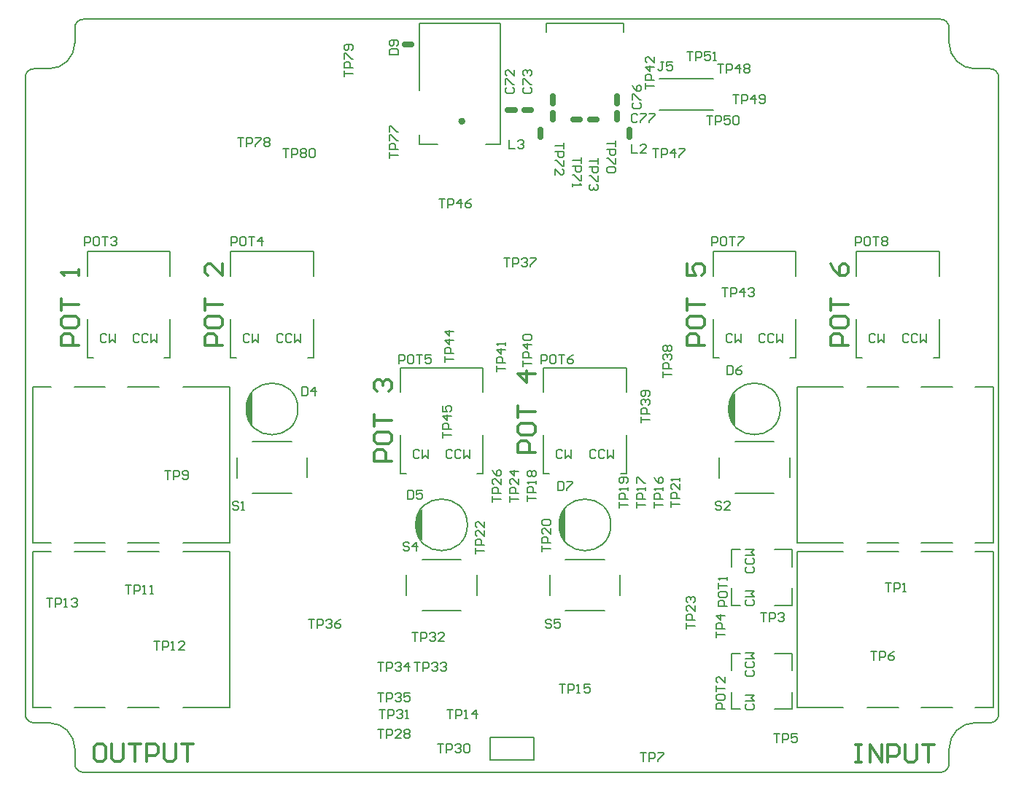
<source format=gto>
G04*
G04 #@! TF.GenerationSoftware,Altium Limited,Altium Designer,24.4.1 (13)*
G04*
G04 Layer_Color=65535*
%FSAX44Y44*%
%MOMM*%
G71*
G04*
G04 #@! TF.SameCoordinates,A6799A11-F43C-4D9C-96F4-C4FD18313EF3*
G04*
G04*
G04 #@! TF.FilePolarity,Positive*
G04*
G01*
G75*
%ADD10C,0.4000*%
%ADD11C,0.2000*%
%ADD12C,0.7000*%
%ADD13C,0.3048*%
%ADD14C,0.1524*%
%ADD15C,0.1500*%
G36*
X00921250Y01098750D02*
Y01061000D01*
X00917750Y01064500D01*
Y01066750D01*
X00915250Y01069250D01*
Y01074500D01*
X00914000Y01075750D01*
Y01084000D01*
X00914750Y01084750D01*
Y01088250D01*
X00916750Y01090250D01*
Y01093250D01*
X00921250Y01098750D01*
D02*
G37*
G36*
X01118000Y00964000D02*
Y00926250D01*
X01114500Y00929750D01*
Y00932000D01*
X01112000Y00934500D01*
Y00939750D01*
X01110750Y00941000D01*
Y00949250D01*
X01111500Y00950000D01*
Y00953500D01*
X01113500Y00955500D01*
Y00958500D01*
X01118000Y00964000D01*
D02*
G37*
G36*
X01284500D02*
Y00926250D01*
X01281000Y00929750D01*
Y00932000D01*
X01278500Y00934500D01*
Y00939750D01*
X01277250Y00941000D01*
Y00949250D01*
X01278000Y00950000D01*
Y00953500D01*
X01280000Y00955500D01*
Y00958500D01*
X01284500Y00964000D01*
D02*
G37*
G36*
X01481250Y01098750D02*
Y01061000D01*
X01477750Y01064500D01*
Y01066750D01*
X01475250Y01069250D01*
Y01074500D01*
X01474000Y01075750D01*
Y01084000D01*
X01474750Y01084750D01*
Y01088250D01*
X01476750Y01090250D01*
Y01093250D01*
X01481250Y01098750D01*
D02*
G37*
D10*
X01166250Y01414000D02*
G03*
X01166250Y01414000I-00002000J00000000D01*
G01*
D11*
X00974000Y01079750D02*
G03*
X00974000Y01079750I-00030000J00000000D01*
G01*
X01170750Y00945000D02*
G03*
X01170750Y00945000I-00030000J00000000D01*
G01*
X01534000Y01079750D02*
G03*
X01534000Y01079750I-00030000J00000000D01*
G01*
X01337250Y00945000D02*
G03*
X01337250Y00945000I-00030000J00000000D01*
G01*
X01115250Y01387000D02*
X01136000D01*
X01115250Y01450000D02*
Y01528000D01*
X01191750Y01387000D02*
X01209250D01*
X01115250D02*
Y01398000D01*
X01209250Y01387000D02*
Y01528000D01*
X01115250D02*
X01209250D01*
X01697750Y00924500D02*
X01733750D01*
X01697750Y01105500D02*
X01733750D01*
X01635250D02*
X01671250D01*
X01635250Y00924500D02*
X01671250D01*
X01553500Y01095750D02*
Y01105500D01*
X01607250D01*
X01553500Y01095750D02*
X01553500Y00924500D01*
X01607250D01*
X01781500Y01069500D02*
Y01105500D01*
X01760250D02*
X01781500D01*
Y00924500D02*
Y01069500D01*
X01760250Y00924500D02*
X01781500D01*
X01760250Y00733000D02*
X01781500D01*
Y00878000D01*
X01760250Y00914000D02*
X01781500D01*
Y00878000D02*
Y00914000D01*
X01553500Y00733000D02*
X01607250D01*
X01553500Y00904250D02*
X01553500Y00733000D01*
Y00914000D02*
X01607250D01*
X01553500Y00904250D02*
Y00914000D01*
X01635250Y00733000D02*
X01671250D01*
X01635250Y00914000D02*
X01671250D01*
X01697750D02*
X01733750D01*
X01697750Y00733000D02*
X01733750D01*
X00714250Y01105500D02*
X00750250D01*
X00714250Y00924500D02*
X00750250D01*
X00776750D02*
X00812750D01*
X00776750Y01105500D02*
X00812750D01*
X00894500Y00924500D02*
Y00934250D01*
X00840750Y00924500D02*
X00894500D01*
Y01105500D02*
X00894500Y00934250D01*
X00840750Y01105500D02*
X00894500D01*
X00666500Y00924500D02*
Y00960500D01*
Y00924500D02*
X00687750D01*
X00666500Y00960500D02*
Y01105500D01*
X00687750D01*
X00666500Y00914000D02*
X00687750D01*
X00666500Y00769000D02*
Y00914000D01*
Y00733000D02*
X00687750D01*
X00666500D02*
Y00769000D01*
X00840750Y00914000D02*
X00894500D01*
X00894500Y00742750D01*
X00840750Y00733000D02*
X00894500D01*
Y00742750D01*
X00776750Y00914000D02*
X00812750D01*
X00776750Y00733000D02*
X00812750D01*
X00714250D02*
X00750250D01*
X00714250Y00914000D02*
X00750250D01*
X01527400Y00851350D02*
X01547400D01*
Y00871350D01*
X01527400Y00916350D02*
X01547400D01*
Y00896350D02*
Y00916350D01*
X01477400Y00896350D02*
Y00916350D01*
X01487400D01*
X01477400Y00851350D02*
Y00871350D01*
Y00851350D02*
X01487400D01*
X01527500Y00730750D02*
X01547500D01*
Y00750750D01*
X01527500Y00795750D02*
X01547500D01*
Y00775750D02*
Y00795750D01*
X01477500Y00775750D02*
Y00795750D01*
X01487500D01*
X01477500Y00730750D02*
Y00750750D01*
Y00730750D02*
X01487500D01*
X00921250Y01041500D02*
X00966750D01*
X00985000Y01000000D02*
Y01023250D01*
X00903000Y00999750D02*
Y01023000D01*
X00921250Y00981500D02*
X00966750D01*
X01481250Y01041500D02*
X01526750D01*
X01545000Y01000000D02*
Y01023250D01*
X01463000Y00999750D02*
Y01023000D01*
X01481250Y00981500D02*
X01526750D01*
X01348500Y01004250D02*
X01355250D01*
Y01049250D01*
Y01099250D02*
Y01127750D01*
X01341750D02*
X01355250D01*
X01259250Y01099250D02*
Y01127750D01*
X01341750D01*
X01259250Y01004250D02*
X01266000D01*
X01259250D02*
Y01049250D01*
X01182000Y01004250D02*
X01188750D01*
Y01049250D01*
Y01099250D02*
Y01127750D01*
X01175250D02*
X01188750D01*
X01092750Y01099250D02*
Y01127750D01*
X01175250D01*
X01092750Y01004250D02*
X01099500D01*
X01092750D02*
Y01049250D01*
X01284500Y00905000D02*
X01330000D01*
X01348250Y00863500D02*
Y00886750D01*
X01266250Y00863250D02*
Y00886500D01*
X01284500Y00845000D02*
X01330000D01*
X01118000Y00905000D02*
X01163500D01*
X01181750Y00863500D02*
Y00886750D01*
X01099750Y00863250D02*
Y00886500D01*
X01118000Y00845000D02*
X01163500D01*
X01196850Y00672000D02*
Y00698000D01*
Y00672000D02*
X01248200D01*
Y00698000D01*
X01196850D02*
X01248200D01*
X01711750Y01139000D02*
X01718500D01*
Y01184000D01*
Y01234000D02*
Y01262500D01*
X01705000D02*
X01718500D01*
X01622500Y01234000D02*
Y01262500D01*
X01705000D01*
X01622500Y01139000D02*
X01629250D01*
X01622500D02*
Y01184000D01*
X01545250Y01139000D02*
X01552000D01*
Y01184000D01*
Y01234000D02*
Y01262500D01*
X01538500D02*
X01552000D01*
X01456000Y01234000D02*
Y01262500D01*
X01538500D01*
X01456000Y01139000D02*
X01462750D01*
X01456000D02*
Y01184000D01*
X00985250Y01139000D02*
X00992000D01*
Y01184000D01*
Y01234000D02*
Y01262500D01*
X00978500D02*
X00992000D01*
X00896000Y01234000D02*
Y01262500D01*
X00978500D01*
X00896000Y01139000D02*
X00902750D01*
X00896000D02*
Y01184000D01*
X00818750Y01139000D02*
X00825500D01*
Y01184000D01*
Y01234000D02*
Y01262500D01*
X00812000D02*
X00825500D01*
X00729500Y01234000D02*
Y01262500D01*
X00812000D01*
X00729500Y01139000D02*
X00736250D01*
X00729500D02*
Y01184000D01*
X01393500Y01463250D02*
X01456250D01*
X01393500Y01426750D02*
X01456250D01*
X01262500Y01518000D02*
Y01527500D01*
X01352500Y01518000D02*
Y01527500D01*
X01262500D02*
X01352500D01*
X01760000Y00715000D02*
G03*
X01730000Y00685000I00000000J-00030000D01*
G01*
X00685000Y01475000D02*
G03*
X00715000Y01505000I00000000J00030000D01*
G01*
X01730009Y01522500D02*
G03*
X01720009Y01532500I-00010000J00000000D01*
G01*
X01777500Y00714990D02*
G03*
X01787500Y00724990I00000000J00010000D01*
G01*
Y01465010D02*
G03*
X01777500Y01475010I-00010000J00000000D01*
G01*
X00667500D02*
G03*
X00657500Y01465010I00000000J-00010000D01*
G01*
X00724990Y01532500D02*
G03*
X00714990Y01522500I00000000J-00010000D01*
G01*
X01720009Y00657500D02*
G03*
X01730009Y00667500I00000000J00010000D01*
G01*
X01730000Y01505000D02*
G03*
X01760000Y01475000I00030000J00000000D01*
G01*
X00714990Y00667500D02*
G03*
X00724990Y00657500I00010000J00000000D01*
G01*
X00715000Y00685000D02*
G03*
X00685000Y00715000I-00030000J00000000D01*
G01*
X00657500Y00724990D02*
G03*
X00667500Y00714990I00010000J00000000D01*
G01*
D12*
X01097750Y01503250D02*
X01105750D01*
X01270250Y01416000D02*
Y01424000D01*
X01344250Y01435000D02*
Y01443000D01*
Y01416000D02*
Y01424000D01*
X01359000Y01396000D02*
Y01404000D01*
X01270250Y01435000D02*
Y01443000D01*
X01236750Y01426750D02*
X01244750D01*
X01217772D02*
X01225772D01*
X01255500Y01396000D02*
Y01404000D01*
X01293500Y01416000D02*
X01301500D01*
X01313000D02*
X01321000D01*
D13*
X01446202Y01153798D02*
X01425889D01*
Y01163955D01*
X01429274Y01167340D01*
X01436045D01*
X01439431Y01163955D01*
Y01153798D01*
X01425889Y01184268D02*
Y01177497D01*
X01429274Y01174111D01*
X01442816D01*
X01446202Y01177497D01*
Y01184268D01*
X01442816Y01187654D01*
X01429274D01*
X01425889Y01184268D01*
Y01194425D02*
Y01207967D01*
Y01201196D01*
X01446202D01*
X01425889Y01248594D02*
Y01235052D01*
X01436045D01*
X01432660Y01241823D01*
Y01245208D01*
X01436045Y01248594D01*
X01442816D01*
X01446202Y01245208D01*
Y01238437D01*
X01442816Y01235052D01*
X01612702Y01153798D02*
X01592388D01*
Y01163955D01*
X01595774Y01167340D01*
X01602545D01*
X01605931Y01163955D01*
Y01153798D01*
X01592388Y01184268D02*
Y01177497D01*
X01595774Y01174111D01*
X01609316D01*
X01612702Y01177497D01*
Y01184268D01*
X01609316Y01187654D01*
X01595774D01*
X01592388Y01184268D01*
Y01194425D02*
Y01207967D01*
Y01201196D01*
X01612702D01*
X01592388Y01248594D02*
X01595774Y01241823D01*
X01602545Y01235052D01*
X01609316D01*
X01612702Y01238437D01*
Y01245208D01*
X01609316Y01248594D01*
X01605931D01*
X01602545Y01245208D01*
Y01235052D01*
X01249452Y01029048D02*
X01229138D01*
Y01039205D01*
X01232524Y01042590D01*
X01239295D01*
X01242681Y01039205D01*
Y01029048D01*
X01229138Y01059518D02*
Y01052747D01*
X01232524Y01049361D01*
X01246066D01*
X01249452Y01052747D01*
Y01059518D01*
X01246066Y01062904D01*
X01232524D01*
X01229138Y01059518D01*
Y01069675D02*
Y01083217D01*
Y01076446D01*
X01249452D01*
Y01120458D02*
X01229138D01*
X01239295Y01110302D01*
Y01123844D01*
X01082952Y01019048D02*
X01062638D01*
Y01029205D01*
X01066024Y01032590D01*
X01072795D01*
X01076181Y01029205D01*
Y01019048D01*
X01062638Y01049518D02*
Y01042747D01*
X01066024Y01039361D01*
X01079566D01*
X01082952Y01042747D01*
Y01049518D01*
X01079566Y01052904D01*
X01066024D01*
X01062638Y01049518D01*
Y01059675D02*
Y01073217D01*
Y01066446D01*
X01082952D01*
X01066024Y01100302D02*
X01062638Y01103687D01*
Y01110458D01*
X01066024Y01113844D01*
X01069410D01*
X01072795Y01110458D01*
Y01107073D01*
Y01110458D01*
X01076181Y01113844D01*
X01079566D01*
X01082952Y01110458D01*
Y01103687D01*
X01079566Y01100302D01*
X00886202Y01153798D02*
X00865889D01*
Y01163955D01*
X00869274Y01167340D01*
X00876045D01*
X00879431Y01163955D01*
Y01153798D01*
X00865889Y01184268D02*
Y01177497D01*
X00869274Y01174111D01*
X00882816D01*
X00886202Y01177497D01*
Y01184268D01*
X00882816Y01187654D01*
X00869274D01*
X00865889Y01184268D01*
Y01194425D02*
Y01207967D01*
Y01201196D01*
X00886202D01*
Y01248594D02*
Y01235052D01*
X00872660Y01248594D01*
X00869274D01*
X00865889Y01245208D01*
Y01238437D01*
X00869274Y01235052D01*
X00719702Y01153798D02*
X00699389D01*
Y01163955D01*
X00702774Y01167340D01*
X00709545D01*
X00712931Y01163955D01*
Y01153798D01*
X00699389Y01184268D02*
Y01177497D01*
X00702774Y01174111D01*
X00716316D01*
X00719702Y01177497D01*
Y01184268D01*
X00716316Y01187654D01*
X00702774D01*
X00699389Y01184268D01*
Y01194425D02*
Y01207967D01*
Y01201196D01*
X00719702D01*
Y01235052D02*
Y01241823D01*
Y01238437D01*
X00699389D01*
X00702774Y01235052D01*
X00747955Y00690611D02*
X00741184D01*
X00737798Y00687226D01*
Y00673684D01*
X00741184Y00670298D01*
X00747955D01*
X00751340Y00673684D01*
Y00687226D01*
X00747955Y00690611D01*
X00758111D02*
Y00673684D01*
X00761497Y00670298D01*
X00768268D01*
X00771654Y00673684D01*
Y00690611D01*
X00778425D02*
X00791967D01*
X00785196D01*
Y00670298D01*
X00798738D02*
Y00690611D01*
X00808895D01*
X00812281Y00687226D01*
Y00680455D01*
X00808895Y00677069D01*
X00798738D01*
X00819052Y00690611D02*
Y00673684D01*
X00822437Y00670298D01*
X00829208D01*
X00832594Y00673684D01*
Y00690611D01*
X00839365D02*
X00852907D01*
X00846136D01*
Y00670298D01*
X01621548Y00689361D02*
X01628319D01*
X01624934D01*
Y00669048D01*
X01621548D01*
X01628319D01*
X01638476D02*
Y00689361D01*
X01652018Y00669048D01*
Y00689361D01*
X01658789Y00669048D02*
Y00689361D01*
X01668946D01*
X01672332Y00685976D01*
Y00679205D01*
X01668946Y00675819D01*
X01658789D01*
X01679103Y00689361D02*
Y00672434D01*
X01682488Y00669048D01*
X01689259D01*
X01692645Y00672434D01*
Y00689361D01*
X01699416D02*
X01712958D01*
X01706187D01*
Y00669048D01*
D14*
X00979036Y01105078D02*
Y01094922D01*
X00984114D01*
X00985807Y01096614D01*
Y01103386D01*
X00984114Y01105078D01*
X00979036D01*
X00994271Y01094922D02*
Y01105078D01*
X00989193Y01100000D01*
X00995964D01*
X00956379Y01382578D02*
X00963150D01*
X00959765D01*
Y01372422D01*
X00966536D02*
Y01382578D01*
X00971614D01*
X00973307Y01380886D01*
Y01377500D01*
X00971614Y01375807D01*
X00966536D01*
X00976693Y01380886D02*
X00978386Y01382578D01*
X00981771D01*
X00983464Y01380886D01*
Y01379193D01*
X00981771Y01377500D01*
X00983464Y01375807D01*
Y01374114D01*
X00981771Y01372422D01*
X00978386D01*
X00976693Y01374114D01*
Y01375807D01*
X00978386Y01377500D01*
X00976693Y01379193D01*
Y01380886D01*
X00978386Y01377500D02*
X00981771D01*
X00986850Y01380886D02*
X00988542Y01382578D01*
X00991928D01*
X00993621Y01380886D01*
Y01374114D01*
X00991928Y01372422D01*
X00988542D01*
X00986850Y01374114D01*
Y01380886D01*
X00903879Y01395078D02*
X00910650D01*
X00907265D01*
Y01384922D01*
X00914036D02*
Y01395078D01*
X00919114D01*
X00920807Y01393386D01*
Y01390000D01*
X00919114Y01388307D01*
X00914036D01*
X00924193Y01395078D02*
X00930964D01*
Y01393386D01*
X00924193Y01386614D01*
Y01384922D01*
X00934350Y01393386D02*
X00936042Y01395078D01*
X00939428D01*
X00941121Y01393386D01*
Y01391693D01*
X00939428Y01390000D01*
X00941121Y01388307D01*
Y01386614D01*
X00939428Y01384922D01*
X00936042D01*
X00934350Y01386614D01*
Y01388307D01*
X00936042Y01390000D01*
X00934350Y01391693D01*
Y01393386D01*
X00936042Y01390000D02*
X00939428D01*
X01079922Y01491536D02*
X01090078D01*
Y01496614D01*
X01088386Y01498307D01*
X01081614D01*
X01079922Y01496614D01*
Y01491536D01*
X01088386Y01501693D02*
X01090078Y01503386D01*
Y01506771D01*
X01088386Y01508464D01*
X01081614D01*
X01079922Y01506771D01*
Y01503386D01*
X01081614Y01501693D01*
X01083307D01*
X01085000Y01503386D01*
Y01508464D01*
X01027572Y01466379D02*
Y01473150D01*
Y01469765D01*
X01037728D01*
Y01476536D02*
X01027572D01*
Y01481614D01*
X01029264Y01483307D01*
X01032650D01*
X01034343Y01481614D01*
Y01476536D01*
X01027572Y01486693D02*
Y01493464D01*
X01029264D01*
X01036036Y01486693D01*
X01037728D01*
X01036036Y01496850D02*
X01037728Y01498542D01*
Y01501928D01*
X01036036Y01503621D01*
X01029264D01*
X01027572Y01501928D01*
Y01498542D01*
X01029264Y01496850D01*
X01030957D01*
X01032650Y01498542D01*
Y01503621D01*
X01079922Y01371379D02*
Y01378150D01*
Y01374765D01*
X01090078D01*
Y01381536D02*
X01079922D01*
Y01386614D01*
X01081614Y01388307D01*
X01085000D01*
X01086693Y01386614D01*
Y01381536D01*
X01079922Y01391693D02*
Y01398464D01*
X01081614D01*
X01088386Y01391693D01*
X01090078D01*
X01079922Y01401850D02*
Y01408621D01*
X01081614D01*
X01088386Y01401850D01*
X01090078D01*
X01282578Y01388621D02*
Y01381850D01*
Y01385235D01*
X01272422D01*
Y01378464D02*
X01282578D01*
Y01373386D01*
X01280886Y01371693D01*
X01277500D01*
X01275807Y01373386D01*
Y01378464D01*
X01282578Y01368307D02*
Y01361536D01*
X01280886D01*
X01274114Y01368307D01*
X01272422D01*
Y01351379D02*
Y01358150D01*
X01279193Y01351379D01*
X01280886D01*
X01282578Y01353072D01*
Y01356458D01*
X01280886Y01358150D01*
X01364114Y01435729D02*
X01362422Y01434036D01*
Y01430650D01*
X01364114Y01428958D01*
X01370885D01*
X01372578Y01430650D01*
Y01434036D01*
X01370885Y01435729D01*
X01362422Y01439114D02*
Y01445886D01*
X01364114D01*
X01370885Y01439114D01*
X01372578D01*
X01362422Y01456042D02*
X01364114Y01452657D01*
X01367500Y01449271D01*
X01370885D01*
X01372578Y01450964D01*
Y01454350D01*
X01370885Y01456042D01*
X01369193D01*
X01367500Y01454350D01*
Y01449271D01*
X01386379Y01382578D02*
X01393150D01*
X01389765D01*
Y01372422D01*
X01396536D02*
Y01382578D01*
X01401614D01*
X01403307Y01380886D01*
Y01377500D01*
X01401614Y01375807D01*
X01396536D01*
X01411771Y01372422D02*
Y01382578D01*
X01406693Y01377500D01*
X01413464D01*
X01416850Y01382578D02*
X01423621D01*
Y01380886D01*
X01416850Y01374114D01*
Y01372422D01*
X01368229Y01420886D02*
X01366536Y01422578D01*
X01363150D01*
X01361458Y01420886D01*
Y01414114D01*
X01363150Y01412422D01*
X01366536D01*
X01368229Y01414114D01*
X01371614Y01422578D02*
X01378386D01*
Y01420886D01*
X01371614Y01414114D01*
Y01412422D01*
X01381771Y01422578D02*
X01388542D01*
Y01420886D01*
X01381771Y01414114D01*
Y01412422D01*
X01342578Y01391121D02*
Y01384350D01*
Y01387735D01*
X01332422D01*
Y01380964D02*
X01342578D01*
Y01375886D01*
X01340886Y01374193D01*
X01337500D01*
X01335807Y01375886D01*
Y01380964D01*
X01342578Y01370807D02*
Y01364036D01*
X01340886D01*
X01334114Y01370807D01*
X01332422D01*
X01340886Y01360650D02*
X01342578Y01358958D01*
Y01355572D01*
X01340886Y01353879D01*
X01334114D01*
X01332422Y01355572D01*
Y01358958D01*
X01334114Y01360650D01*
X01340886D01*
X01361536Y01387578D02*
Y01377422D01*
X01368307D01*
X01378464D02*
X01371693D01*
X01378464Y01384193D01*
Y01385886D01*
X01376771Y01387578D01*
X01373386D01*
X01371693Y01385886D01*
X01236614Y01453229D02*
X01234922Y01451536D01*
Y01448150D01*
X01236614Y01446458D01*
X01243385D01*
X01245078Y01448150D01*
Y01451536D01*
X01243385Y01453229D01*
X01234922Y01456615D02*
Y01463386D01*
X01236614D01*
X01243385Y01456615D01*
X01245078D01*
X01236614Y01466771D02*
X01234922Y01468464D01*
Y01471850D01*
X01236614Y01473542D01*
X01238307D01*
X01240000Y01471850D01*
Y01470157D01*
Y01471850D01*
X01241693Y01473542D01*
X01243385D01*
X01245078Y01471850D01*
Y01468464D01*
X01243385Y01466771D01*
X01216614Y01453229D02*
X01214922Y01451536D01*
Y01448150D01*
X01216614Y01446458D01*
X01223386D01*
X01225078Y01448150D01*
Y01451536D01*
X01223386Y01453229D01*
X01214922Y01456614D02*
Y01463386D01*
X01216614D01*
X01223386Y01456614D01*
X01225078D01*
Y01473542D02*
Y01466771D01*
X01218307Y01473542D01*
X01216614D01*
X01214922Y01471850D01*
Y01468464D01*
X01216614Y01466771D01*
X01219036Y01392578D02*
Y01382422D01*
X01225807D01*
X01229193Y01390886D02*
X01230886Y01392578D01*
X01234271D01*
X01235964Y01390886D01*
Y01389193D01*
X01234271Y01387500D01*
X01232578D01*
X01234271D01*
X01235964Y01385807D01*
Y01384114D01*
X01234271Y01382422D01*
X01230886D01*
X01229193Y01384114D01*
X01322578Y01371121D02*
Y01364350D01*
Y01367735D01*
X01312422D01*
Y01360964D02*
X01322578D01*
Y01355886D01*
X01320886Y01354193D01*
X01317500D01*
X01315807Y01355886D01*
Y01360964D01*
X01322578Y01350807D02*
Y01344036D01*
X01320886D01*
X01314114Y01350807D01*
X01312422D01*
X01320886Y01340650D02*
X01322578Y01338958D01*
Y01335572D01*
X01320886Y01333879D01*
X01319193D01*
X01317500Y01335572D01*
Y01337265D01*
Y01335572D01*
X01315807Y01333879D01*
X01314114D01*
X01312422Y01335572D01*
Y01338958D01*
X01314114Y01340650D01*
X01302578Y01371928D02*
Y01365157D01*
Y01368542D01*
X01292422D01*
Y01361771D02*
X01302578D01*
Y01356693D01*
X01300886Y01355000D01*
X01297500D01*
X01295807Y01356693D01*
Y01361771D01*
X01302578Y01351614D02*
Y01344843D01*
X01300886D01*
X01294114Y01351614D01*
X01292422D01*
Y01341458D02*
Y01338072D01*
Y01339765D01*
X01302578D01*
X01300886Y01341458D01*
X01377422Y01451379D02*
Y01458150D01*
Y01454765D01*
X01387578D01*
Y01461536D02*
X01377422D01*
Y01466614D01*
X01379114Y01468307D01*
X01382500D01*
X01384193Y01466614D01*
Y01461536D01*
X01387578Y01476771D02*
X01377422D01*
X01382500Y01471693D01*
Y01478464D01*
X01387578Y01488621D02*
Y01481850D01*
X01380807Y01488621D01*
X01379114D01*
X01377422Y01486928D01*
Y01483542D01*
X01379114Y01481850D01*
X01425572Y01495078D02*
X01432343D01*
X01428958D01*
Y01484922D01*
X01435729D02*
Y01495078D01*
X01440807D01*
X01442500Y01493386D01*
Y01490000D01*
X01440807Y01488307D01*
X01435729D01*
X01452657Y01495078D02*
X01445886D01*
Y01490000D01*
X01449271Y01491693D01*
X01450964D01*
X01452657Y01490000D01*
Y01486614D01*
X01450964Y01484922D01*
X01447578D01*
X01445886Y01486614D01*
X01456042Y01484922D02*
X01459428D01*
X01457735D01*
Y01495078D01*
X01456042Y01493386D01*
X01461379Y01480078D02*
X01468150D01*
X01464765D01*
Y01469922D01*
X01471536D02*
Y01480078D01*
X01476614D01*
X01478307Y01478386D01*
Y01475000D01*
X01476614Y01473307D01*
X01471536D01*
X01486771Y01469922D02*
Y01480078D01*
X01481693Y01475000D01*
X01488464D01*
X01491850Y01478386D02*
X01493542Y01480078D01*
X01496928D01*
X01498621Y01478386D01*
Y01476693D01*
X01496928Y01475000D01*
X01498621Y01473307D01*
Y01471614D01*
X01496928Y01469922D01*
X01493542D01*
X01491850Y01471614D01*
Y01473307D01*
X01493542Y01475000D01*
X01491850Y01476693D01*
Y01478386D01*
X01493542Y01475000D02*
X01496928D01*
X01448879Y01420078D02*
X01455650D01*
X01452265D01*
Y01409922D01*
X01459036D02*
Y01420078D01*
X01464114D01*
X01465807Y01418386D01*
Y01415000D01*
X01464114Y01413307D01*
X01459036D01*
X01475964Y01420078D02*
X01469193D01*
Y01415000D01*
X01472578Y01416693D01*
X01474271D01*
X01475964Y01415000D01*
Y01411614D01*
X01474271Y01409922D01*
X01470886D01*
X01469193Y01411614D01*
X01479350Y01418386D02*
X01481042Y01420078D01*
X01484428D01*
X01486121Y01418386D01*
Y01411614D01*
X01484428Y01409922D01*
X01481042D01*
X01479350Y01411614D01*
Y01418386D01*
X01478879Y01445078D02*
X01485650D01*
X01482265D01*
Y01434922D01*
X01489036D02*
Y01445078D01*
X01494114D01*
X01495807Y01443386D01*
Y01440000D01*
X01494114Y01438307D01*
X01489036D01*
X01504271Y01434922D02*
Y01445078D01*
X01499193Y01440000D01*
X01505964D01*
X01509350Y01436614D02*
X01511042Y01434922D01*
X01514428D01*
X01516121Y01436614D01*
Y01443386D01*
X01514428Y01445078D01*
X01511042D01*
X01509350Y01443386D01*
Y01441693D01*
X01511042Y01440000D01*
X01516121D01*
X01466379Y01220078D02*
X01473150D01*
X01469765D01*
Y01209922D01*
X01476536D02*
Y01220078D01*
X01481614D01*
X01483307Y01218386D01*
Y01215000D01*
X01481614Y01213307D01*
X01476536D01*
X01491771Y01209922D02*
Y01220078D01*
X01486693Y01215000D01*
X01493464D01*
X01496850Y01218386D02*
X01498542Y01220078D01*
X01501928D01*
X01503621Y01218386D01*
Y01216693D01*
X01501928Y01215000D01*
X01500235D01*
X01501928D01*
X01503621Y01213307D01*
Y01211614D01*
X01501928Y01209922D01*
X01498542D01*
X01496850Y01211614D01*
X01511458Y00842578D02*
X01518229D01*
X01514843D01*
Y00832422D01*
X01521614D02*
Y00842578D01*
X01526693D01*
X01528386Y00840886D01*
Y00837500D01*
X01526693Y00835807D01*
X01521614D01*
X01531771Y00840886D02*
X01533464Y00842578D01*
X01536850D01*
X01538542Y00840886D01*
Y00839193D01*
X01536850Y00837500D01*
X01535157D01*
X01536850D01*
X01538542Y00835807D01*
Y00834114D01*
X01536850Y00832422D01*
X01533464D01*
X01531771Y00834114D01*
X01472578Y00850572D02*
X01462422D01*
Y00855650D01*
X01464114Y00857343D01*
X01467500D01*
X01469193Y00855650D01*
Y00850572D01*
X01462422Y00865807D02*
Y00862422D01*
X01464114Y00860729D01*
X01470886D01*
X01472578Y00862422D01*
Y00865807D01*
X01470886Y00867500D01*
X01464114D01*
X01462422Y00865807D01*
Y00870886D02*
Y00877657D01*
Y00874271D01*
X01472578D01*
Y00881042D02*
Y00884428D01*
Y00882735D01*
X01462422D01*
X01464114Y00881042D01*
X01495162Y00857895D02*
X01493469Y00856202D01*
Y00852817D01*
X01495162Y00851124D01*
X01501933D01*
X01503626Y00852817D01*
Y00856202D01*
X01501933Y00857895D01*
X01493469Y00861281D02*
X01503626D01*
X01500240Y00864666D01*
X01503626Y00868052D01*
X01493469D01*
X01495162Y00896145D02*
X01493469Y00894452D01*
Y00891067D01*
X01495162Y00889374D01*
X01501933D01*
X01503626Y00891067D01*
Y00894452D01*
X01501933Y00896145D01*
X01495162Y00906302D02*
X01493469Y00904609D01*
Y00901224D01*
X01495162Y00899531D01*
X01501933D01*
X01503626Y00901224D01*
Y00904609D01*
X01501933Y00906302D01*
X01493469Y00909687D02*
X01503626D01*
X01500240Y00913073D01*
X01503626Y00916459D01*
X01493469D01*
X01470078Y00731379D02*
X01459922D01*
Y00736458D01*
X01461614Y00738150D01*
X01465000D01*
X01466693Y00736458D01*
Y00731379D01*
X01459922Y00746614D02*
Y00743229D01*
X01461614Y00741536D01*
X01468386D01*
X01470078Y00743229D01*
Y00746614D01*
X01468386Y00748307D01*
X01461614D01*
X01459922Y00746614D01*
Y00751693D02*
Y00758464D01*
Y00755078D01*
X01470078D01*
Y00768621D02*
Y00761850D01*
X01463307Y00768621D01*
X01461614D01*
X01459922Y00766928D01*
Y00763542D01*
X01461614Y00761850D01*
X01495262Y00737295D02*
X01493569Y00735602D01*
Y00732217D01*
X01495262Y00730524D01*
X01502033D01*
X01503726Y00732217D01*
Y00735602D01*
X01502033Y00737295D01*
X01493569Y00740681D02*
X01503726D01*
X01500341Y00744066D01*
X01503726Y00747452D01*
X01493569D01*
X01495262Y00775545D02*
X01493569Y00773852D01*
Y00770467D01*
X01495262Y00768774D01*
X01502033D01*
X01503726Y00770467D01*
Y00773852D01*
X01502033Y00775545D01*
X01495262Y00785702D02*
X01493569Y00784009D01*
Y00780623D01*
X01495262Y00778931D01*
X01502033D01*
X01503726Y00780623D01*
Y00784009D01*
X01502033Y00785702D01*
X01493569Y00789087D02*
X01503726D01*
X01500340Y00792473D01*
X01503726Y00795859D01*
X01493569D01*
X01526458Y00702578D02*
X01533229D01*
X01529843D01*
Y00692422D01*
X01536614D02*
Y00702578D01*
X01541693D01*
X01543386Y00700886D01*
Y00697500D01*
X01541693Y00695807D01*
X01536614D01*
X01553542Y00702578D02*
X01546771D01*
Y00697500D01*
X01550157Y00699193D01*
X01551850D01*
X01553542Y00697500D01*
Y00694114D01*
X01551850Y00692422D01*
X01548464D01*
X01546771Y00694114D01*
X01459922Y00813958D02*
Y00820729D01*
Y00817343D01*
X01470078D01*
Y00824115D02*
X01459922D01*
Y00829193D01*
X01461614Y00830886D01*
X01465000D01*
X01466693Y00829193D01*
Y00824115D01*
X01470078Y00839350D02*
X01459922D01*
X01465000Y00834271D01*
Y00841042D01*
X01424922Y00823879D02*
Y00830650D01*
Y00827265D01*
X01435078D01*
Y00834036D02*
X01424922D01*
Y00839114D01*
X01426614Y00840807D01*
X01430000D01*
X01431693Y00839114D01*
Y00834036D01*
X01435078Y00850964D02*
Y00844193D01*
X01428307Y00850964D01*
X01426614D01*
X01424922Y00849271D01*
Y00845886D01*
X01426614Y00844193D01*
Y00854350D02*
X01424922Y00856042D01*
Y00859428D01*
X01426614Y00861121D01*
X01428307D01*
X01430000Y00859428D01*
Y00857735D01*
Y00859428D01*
X01431693Y00861121D01*
X01433386D01*
X01435078Y00859428D01*
Y00856042D01*
X01433386Y00854350D01*
X00905000Y00970886D02*
X00903307Y00972578D01*
X00899922D01*
X00898229Y00970886D01*
Y00969193D01*
X00899922Y00967500D01*
X00903307D01*
X00905000Y00965807D01*
Y00964114D01*
X00903307Y00962422D01*
X00899922D01*
X00898229Y00964114D01*
X00908386Y00962422D02*
X00911771D01*
X00910078D01*
Y00972578D01*
X00908386Y00970886D01*
X01465807D02*
X01464114Y00972578D01*
X01460729D01*
X01459036Y00970886D01*
Y00969193D01*
X01460729Y00967500D01*
X01464114D01*
X01465807Y00965807D01*
Y00964114D01*
X01464114Y00962422D01*
X01460729D01*
X01459036Y00964114D01*
X01475964Y00962422D02*
X01469193D01*
X01475964Y00969193D01*
Y00970886D01*
X01474271Y00972578D01*
X01470886D01*
X01469193Y00970886D01*
X01407422Y00965572D02*
Y00972343D01*
Y00968958D01*
X01417578D01*
Y00975729D02*
X01407422D01*
Y00980807D01*
X01409114Y00982500D01*
X01412500D01*
X01414193Y00980807D01*
Y00975729D01*
X01417578Y00992657D02*
Y00985886D01*
X01410807Y00992657D01*
X01409114D01*
X01407422Y00990964D01*
Y00987578D01*
X01409114Y00985886D01*
X01417578Y00996042D02*
Y00999428D01*
Y00997735D01*
X01407422D01*
X01409114Y00996042D01*
X01387422Y00964726D02*
Y00971497D01*
Y00968111D01*
X01397578D01*
Y00974883D02*
X01387422D01*
Y00979961D01*
X01389114Y00981654D01*
X01392500D01*
X01394193Y00979961D01*
Y00974883D01*
X01397578Y00985039D02*
Y00988425D01*
Y00986732D01*
X01387422D01*
X01389114Y00985039D01*
X01387422Y01000274D02*
X01389114Y00996889D01*
X01392500Y00993503D01*
X01395885D01*
X01397578Y00995196D01*
Y00998581D01*
X01395885Y01000274D01*
X01394193D01*
X01392500Y00998581D01*
Y00993503D01*
X01367422Y00964726D02*
Y00971497D01*
Y00968111D01*
X01377578D01*
Y00974883D02*
X01367422D01*
Y00979961D01*
X01369114Y00981654D01*
X01372500D01*
X01374193Y00979961D01*
Y00974883D01*
X01377578Y00985039D02*
Y00988425D01*
Y00986732D01*
X01367422D01*
X01369114Y00985039D01*
X01367422Y00993503D02*
Y01000274D01*
X01369114D01*
X01375885Y00993503D01*
X01377578D01*
X01347422Y00964726D02*
Y00971497D01*
Y00968111D01*
X01357578D01*
Y00974883D02*
X01347422D01*
Y00979961D01*
X01349114Y00981654D01*
X01352500D01*
X01354193Y00979961D01*
Y00974883D01*
X01357578Y00985039D02*
Y00988425D01*
Y00986732D01*
X01347422D01*
X01349114Y00985039D01*
X01355886Y00993503D02*
X01357578Y00995196D01*
Y00998581D01*
X01355886Y01000274D01*
X01349114D01*
X01347422Y00998581D01*
Y00995196D01*
X01349114Y00993503D01*
X01350807D01*
X01352500Y00995196D01*
Y01000274D01*
X01397422Y01116379D02*
Y01123150D01*
Y01119765D01*
X01407578D01*
Y01126536D02*
X01397422D01*
Y01131614D01*
X01399114Y01133307D01*
X01402500D01*
X01404193Y01131614D01*
Y01126536D01*
X01399114Y01136693D02*
X01397422Y01138386D01*
Y01141771D01*
X01399114Y01143464D01*
X01400807D01*
X01402500Y01141771D01*
Y01140078D01*
Y01141771D01*
X01404193Y01143464D01*
X01405886D01*
X01407578Y01141771D01*
Y01138386D01*
X01405886Y01136693D01*
X01399114Y01146850D02*
X01397422Y01148542D01*
Y01151928D01*
X01399114Y01153621D01*
X01400807D01*
X01402500Y01151928D01*
X01404193Y01153621D01*
X01405886D01*
X01407578Y01151928D01*
Y01148542D01*
X01405886Y01146850D01*
X01404193D01*
X01402500Y01148542D01*
X01400807Y01146850D01*
X01399114D01*
X01402500Y01148542D02*
Y01151928D01*
X01372422Y01063879D02*
Y01070650D01*
Y01067265D01*
X01382578D01*
Y01074036D02*
X01372422D01*
Y01079114D01*
X01374114Y01080807D01*
X01377500D01*
X01379193Y01079114D01*
Y01074036D01*
X01374114Y01084193D02*
X01372422Y01085886D01*
Y01089271D01*
X01374114Y01090964D01*
X01375807D01*
X01377500Y01089271D01*
Y01087578D01*
Y01089271D01*
X01379193Y01090964D01*
X01380886D01*
X01382578Y01089271D01*
Y01085886D01*
X01380886Y01084193D01*
Y01094350D02*
X01382578Y01096042D01*
Y01099428D01*
X01380886Y01101121D01*
X01374114D01*
X01372422Y01099428D01*
Y01096042D01*
X01374114Y01094350D01*
X01375807D01*
X01377500Y01096042D01*
Y01101121D01*
X01256379Y01132422D02*
Y01142578D01*
X01261458D01*
X01263150Y01140886D01*
Y01137500D01*
X01261458Y01135807D01*
X01256379D01*
X01271614Y01142578D02*
X01268229D01*
X01266536Y01140886D01*
Y01134114D01*
X01268229Y01132422D01*
X01271614D01*
X01273307Y01134114D01*
Y01140886D01*
X01271614Y01142578D01*
X01276693D02*
X01283464D01*
X01280078D01*
Y01132422D01*
X01293621Y01142578D02*
X01290235Y01140886D01*
X01286850Y01137500D01*
Y01134114D01*
X01288542Y01132422D01*
X01291928D01*
X01293621Y01134114D01*
Y01135807D01*
X01291928Y01137500D01*
X01286850D01*
X01281295Y01030738D02*
X01279602Y01032431D01*
X01276217D01*
X01274524Y01030738D01*
Y01023967D01*
X01276217Y01022274D01*
X01279602D01*
X01281295Y01023967D01*
X01284681Y01032431D02*
Y01022274D01*
X01288066Y01025660D01*
X01291452Y01022274D01*
Y01032431D01*
X01319545Y01030738D02*
X01317852Y01032431D01*
X01314467D01*
X01312774Y01030738D01*
Y01023967D01*
X01314467Y01022274D01*
X01317852D01*
X01319545Y01023967D01*
X01329702Y01030738D02*
X01328009Y01032431D01*
X01324624D01*
X01322931Y01030738D01*
Y01023967D01*
X01324624Y01022274D01*
X01328009D01*
X01329702Y01023967D01*
X01333087Y01032431D02*
Y01022274D01*
X01336473Y01025660D01*
X01339859Y01022274D01*
Y01032431D01*
X01091379Y01132422D02*
Y01142578D01*
X01096458D01*
X01098150Y01140886D01*
Y01137500D01*
X01096458Y01135807D01*
X01091379D01*
X01106614Y01142578D02*
X01103229D01*
X01101536Y01140886D01*
Y01134114D01*
X01103229Y01132422D01*
X01106614D01*
X01108307Y01134114D01*
Y01140886D01*
X01106614Y01142578D01*
X01111693D02*
X01118464D01*
X01115078D01*
Y01132422D01*
X01128621Y01142578D02*
X01121850D01*
Y01137500D01*
X01125235Y01139193D01*
X01126928D01*
X01128621Y01137500D01*
Y01134114D01*
X01126928Y01132422D01*
X01123542D01*
X01121850Y01134114D01*
X01114795Y01030738D02*
X01113102Y01032431D01*
X01109717D01*
X01108024Y01030738D01*
Y01023967D01*
X01109717Y01022274D01*
X01113102D01*
X01114795Y01023967D01*
X01118181Y01032431D02*
Y01022274D01*
X01121566Y01025660D01*
X01124952Y01022274D01*
Y01032431D01*
X01153045Y01030738D02*
X01151352Y01032431D01*
X01147967D01*
X01146274Y01030738D01*
Y01023967D01*
X01147967Y01022274D01*
X01151352D01*
X01153045Y01023967D01*
X01163202Y01030738D02*
X01161509Y01032431D01*
X01158123D01*
X01156431Y01030738D01*
Y01023967D01*
X01158123Y01022274D01*
X01161509D01*
X01163202Y01023967D01*
X01166587Y01032431D02*
Y01022274D01*
X01169973Y01025660D01*
X01173359Y01022274D01*
Y01032431D01*
X01144922Y01133879D02*
Y01140650D01*
Y01137265D01*
X01155078D01*
Y01144036D02*
X01144922D01*
Y01149114D01*
X01146614Y01150807D01*
X01150000D01*
X01151693Y01149114D01*
Y01144036D01*
X01155078Y01159271D02*
X01144922D01*
X01150000Y01154193D01*
Y01160964D01*
X01155078Y01169428D02*
X01144922D01*
X01150000Y01164350D01*
Y01171121D01*
X01142422Y01046379D02*
Y01053150D01*
Y01049765D01*
X01152578D01*
Y01056536D02*
X01142422D01*
Y01061614D01*
X01144114Y01063307D01*
X01147500D01*
X01149193Y01061614D01*
Y01056536D01*
X01152578Y01071771D02*
X01142422D01*
X01147500Y01066693D01*
Y01073464D01*
X01142422Y01083621D02*
Y01076850D01*
X01147500D01*
X01145807Y01080235D01*
Y01081928D01*
X01147500Y01083621D01*
X01150886D01*
X01152578Y01081928D01*
Y01078542D01*
X01150886Y01076850D01*
X01235172Y01128629D02*
Y01135400D01*
Y01132015D01*
X01245328D01*
Y01138786D02*
X01235172D01*
Y01143864D01*
X01236864Y01145557D01*
X01240250D01*
X01241943Y01143864D01*
Y01138786D01*
X01245328Y01154021D02*
X01235172D01*
X01240250Y01148943D01*
Y01155714D01*
X01236864Y01159100D02*
X01235172Y01160792D01*
Y01164178D01*
X01236864Y01165871D01*
X01243636D01*
X01245328Y01164178D01*
Y01160792D01*
X01243636Y01159100D01*
X01236864D01*
X01204922Y01123072D02*
Y01129843D01*
Y01126458D01*
X01215078D01*
Y01133229D02*
X01204922D01*
Y01138307D01*
X01206614Y01140000D01*
X01210000D01*
X01211693Y01138307D01*
Y01133229D01*
X01215078Y01148464D02*
X01204922D01*
X01210000Y01143386D01*
Y01150157D01*
X01215078Y01153542D02*
Y01156928D01*
Y01155235D01*
X01204922D01*
X01206614Y01153542D01*
X01268307Y00833386D02*
X01266614Y00835078D01*
X01263229D01*
X01261536Y00833386D01*
Y00831693D01*
X01263229Y00830000D01*
X01266614D01*
X01268307Y00828307D01*
Y00826614D01*
X01266614Y00824922D01*
X01263229D01*
X01261536Y00826614D01*
X01278464Y00835078D02*
X01271693D01*
Y00830000D01*
X01275078Y00831693D01*
X01276771D01*
X01278464Y00830000D01*
Y00826614D01*
X01276771Y00824922D01*
X01273386D01*
X01271693Y00826614D01*
X01199922Y00971379D02*
Y00978150D01*
Y00974765D01*
X01210078D01*
Y00981536D02*
X01199922D01*
Y00986614D01*
X01201614Y00988307D01*
X01205000D01*
X01206693Y00986614D01*
Y00981536D01*
X01210078Y00998464D02*
Y00991693D01*
X01203307Y00998464D01*
X01201614D01*
X01199922Y00996771D01*
Y00993386D01*
X01201614Y00991693D01*
X01199922Y01008621D02*
X01201614Y01005235D01*
X01205000Y01001850D01*
X01208386D01*
X01210078Y01003542D01*
Y01006928D01*
X01208386Y01008621D01*
X01206693D01*
X01205000Y01006928D01*
Y01001850D01*
X01179922Y00911379D02*
Y00918150D01*
Y00914765D01*
X01190078D01*
Y00921536D02*
X01179922D01*
Y00926614D01*
X01181614Y00928307D01*
X01185000D01*
X01186693Y00926614D01*
Y00921536D01*
X01190078Y00938464D02*
Y00931693D01*
X01183307Y00938464D01*
X01181614D01*
X01179922Y00936771D01*
Y00933386D01*
X01181614Y00931693D01*
X01190078Y00948621D02*
Y00941850D01*
X01183307Y00948621D01*
X01181614D01*
X01179922Y00946928D01*
Y00943542D01*
X01181614Y00941850D01*
X01257422Y00913879D02*
Y00920650D01*
Y00917265D01*
X01267578D01*
Y00924036D02*
X01257422D01*
Y00929114D01*
X01259114Y00930807D01*
X01262500D01*
X01264193Y00929114D01*
Y00924036D01*
X01267578Y00940964D02*
Y00934193D01*
X01260807Y00940964D01*
X01259114D01*
X01257422Y00939271D01*
Y00935886D01*
X01259114Y00934193D01*
Y00944350D02*
X01257422Y00946042D01*
Y00949428D01*
X01259114Y00951121D01*
X01265886D01*
X01267578Y00949428D01*
Y00946042D01*
X01265886Y00944350D01*
X01259114D01*
X01239922Y00972226D02*
Y00978997D01*
Y00975611D01*
X01250078D01*
Y00982383D02*
X01239922D01*
Y00987461D01*
X01241614Y00989154D01*
X01245000D01*
X01246693Y00987461D01*
Y00982383D01*
X01250078Y00992539D02*
Y00995925D01*
Y00994232D01*
X01239922D01*
X01241614Y00992539D01*
Y01001003D02*
X01239922Y01002696D01*
Y01006081D01*
X01241614Y01007774D01*
X01243307D01*
X01245000Y01006081D01*
X01246693Y01007774D01*
X01248386D01*
X01250078Y01006081D01*
Y01002696D01*
X01248386Y01001003D01*
X01246693D01*
X01245000Y01002696D01*
X01243307Y01001003D01*
X01241614D01*
X01245000Y01002696D02*
Y01006081D01*
X01219922Y00971379D02*
Y00978150D01*
Y00974765D01*
X01230078D01*
Y00981536D02*
X01219922D01*
Y00986614D01*
X01221614Y00988307D01*
X01225000D01*
X01226693Y00986614D01*
Y00981536D01*
X01230078Y00998464D02*
Y00991693D01*
X01223307Y00998464D01*
X01221614D01*
X01219922Y00996771D01*
Y00993386D01*
X01221614Y00991693D01*
X01230078Y01006928D02*
X01219922D01*
X01225000Y01001850D01*
Y01008621D01*
X01101536Y00985078D02*
Y00974922D01*
X01106614D01*
X01108307Y00976614D01*
Y00983386D01*
X01106614Y00985078D01*
X01101536D01*
X01118464D02*
X01111693D01*
Y00980000D01*
X01115078Y00981693D01*
X01116771D01*
X01118464Y00980000D01*
Y00976614D01*
X01116771Y00974922D01*
X01113386D01*
X01111693Y00976614D01*
X01103307Y00923386D02*
X01101614Y00925078D01*
X01098229D01*
X01096536Y00923386D01*
Y00921693D01*
X01098229Y00920000D01*
X01101614D01*
X01103307Y00918307D01*
Y00916614D01*
X01101614Y00914922D01*
X01098229D01*
X01096536Y00916614D01*
X01111771Y00914922D02*
Y00925078D01*
X01106693Y00920000D01*
X01113464D01*
X01277226Y00760078D02*
X01283997D01*
X01280611D01*
Y00749922D01*
X01287383D02*
Y00760078D01*
X01292461D01*
X01294154Y00758386D01*
Y00755000D01*
X01292461Y00753307D01*
X01287383D01*
X01297539Y00749922D02*
X01300925D01*
X01299232D01*
Y00760078D01*
X01297539Y00758386D01*
X01312774Y00760078D02*
X01306003D01*
Y00755000D01*
X01309389Y00756693D01*
X01311082D01*
X01312774Y00755000D01*
Y00751614D01*
X01311082Y00749922D01*
X01307696D01*
X01306003Y00751614D01*
X01371458Y00680078D02*
X01378229D01*
X01374843D01*
Y00669922D01*
X01381614D02*
Y00680078D01*
X01386693D01*
X01388386Y00678386D01*
Y00675000D01*
X01386693Y00673307D01*
X01381614D01*
X01391771Y00680078D02*
X01398542D01*
Y00678386D01*
X01391771Y00671614D01*
Y00669922D01*
X01147226Y00730078D02*
X01153997D01*
X01150611D01*
Y00719922D01*
X01157383D02*
Y00730078D01*
X01162461D01*
X01164154Y00728386D01*
Y00725000D01*
X01162461Y00723307D01*
X01157383D01*
X01167539Y00719922D02*
X01170925D01*
X01169232D01*
Y00730078D01*
X01167539Y00728386D01*
X01181081Y00719922D02*
Y00730078D01*
X01176003Y00725000D01*
X01182774D01*
X01108879Y00785078D02*
X01115650D01*
X01112265D01*
Y00774922D01*
X01119036D02*
Y00785078D01*
X01124114D01*
X01125807Y00783386D01*
Y00780000D01*
X01124114Y00778307D01*
X01119036D01*
X01129193Y00783386D02*
X01130886Y00785078D01*
X01134271D01*
X01135964Y00783386D01*
Y00781693D01*
X01134271Y00780000D01*
X01132578D01*
X01134271D01*
X01135964Y00778307D01*
Y00776614D01*
X01134271Y00774922D01*
X01130886D01*
X01129193Y00776614D01*
X01139350Y00783386D02*
X01141042Y00785078D01*
X01144428D01*
X01146121Y00783386D01*
Y00781693D01*
X01144428Y00780000D01*
X01142735D01*
X01144428D01*
X01146121Y00778307D01*
Y00776614D01*
X01144428Y00774922D01*
X01141042D01*
X01139350Y00776614D01*
X01066379Y00750078D02*
X01073150D01*
X01069765D01*
Y00739922D01*
X01076536D02*
Y00750078D01*
X01081614D01*
X01083307Y00748386D01*
Y00745000D01*
X01081614Y00743307D01*
X01076536D01*
X01086693Y00748386D02*
X01088386Y00750078D01*
X01091771D01*
X01093464Y00748386D01*
Y00746693D01*
X01091771Y00745000D01*
X01090078D01*
X01091771D01*
X01093464Y00743307D01*
Y00741614D01*
X01091771Y00739922D01*
X01088386D01*
X01086693Y00741614D01*
X01103621Y00750078D02*
X01096850D01*
Y00745000D01*
X01100235Y00746693D01*
X01101928D01*
X01103621Y00745000D01*
Y00741614D01*
X01101928Y00739922D01*
X01098542D01*
X01096850Y00741614D01*
X01068072Y00730078D02*
X01074843D01*
X01071458D01*
Y00719922D01*
X01078229D02*
Y00730078D01*
X01083307D01*
X01085000Y00728386D01*
Y00725000D01*
X01083307Y00723307D01*
X01078229D01*
X01088386Y00728386D02*
X01090078Y00730078D01*
X01093464D01*
X01095157Y00728386D01*
Y00726693D01*
X01093464Y00725000D01*
X01091771D01*
X01093464D01*
X01095157Y00723307D01*
Y00721614D01*
X01093464Y00719922D01*
X01090078D01*
X01088386Y00721614D01*
X01098542Y00719922D02*
X01101928D01*
X01100235D01*
Y00730078D01*
X01098542Y00728386D01*
X01066379Y00707578D02*
X01073150D01*
X01069765D01*
Y00697422D01*
X01076536D02*
Y00707578D01*
X01081614D01*
X01083307Y00705886D01*
Y00702500D01*
X01081614Y00700807D01*
X01076536D01*
X01093464Y00697422D02*
X01086693D01*
X01093464Y00704193D01*
Y00705886D01*
X01091771Y00707578D01*
X01088386D01*
X01086693Y00705886D01*
X01096850D02*
X01098542Y00707578D01*
X01101928D01*
X01103621Y00705886D01*
Y00704193D01*
X01101928Y00702500D01*
X01103621Y00700807D01*
Y00699114D01*
X01101928Y00697422D01*
X01098542D01*
X01096850Y00699114D01*
Y00700807D01*
X01098542Y00702500D01*
X01096850Y00704193D01*
Y00705886D01*
X01098542Y00702500D02*
X01101928D01*
X01136379Y00690078D02*
X01143150D01*
X01139765D01*
Y00679922D01*
X01146536D02*
Y00690078D01*
X01151614D01*
X01153307Y00688386D01*
Y00685000D01*
X01151614Y00683307D01*
X01146536D01*
X01156693Y00688386D02*
X01158386Y00690078D01*
X01161771D01*
X01163464Y00688386D01*
Y00686693D01*
X01161771Y00685000D01*
X01160078D01*
X01161771D01*
X01163464Y00683307D01*
Y00681614D01*
X01161771Y00679922D01*
X01158386D01*
X01156693Y00681614D01*
X01166850Y00688386D02*
X01168542Y00690078D01*
X01171928D01*
X01173621Y00688386D01*
Y00681614D01*
X01171928Y00679922D01*
X01168542D01*
X01166850Y00681614D01*
Y00688386D01*
X01066379Y00785078D02*
X01073150D01*
X01069765D01*
Y00774922D01*
X01076536D02*
Y00785078D01*
X01081614D01*
X01083307Y00783386D01*
Y00780000D01*
X01081614Y00778307D01*
X01076536D01*
X01086693Y00783386D02*
X01088386Y00785078D01*
X01091771D01*
X01093464Y00783386D01*
Y00781693D01*
X01091771Y00780000D01*
X01090078D01*
X01091771D01*
X01093464Y00778307D01*
Y00776614D01*
X01091771Y00774922D01*
X01088386D01*
X01086693Y00776614D01*
X01101928Y00774922D02*
Y00785078D01*
X01096850Y00780000D01*
X01103621D01*
X01106379Y00820078D02*
X01113150D01*
X01109765D01*
Y00809922D01*
X01116536D02*
Y00820078D01*
X01121614D01*
X01123307Y00818386D01*
Y00815000D01*
X01121614Y00813307D01*
X01116536D01*
X01126693Y00818386D02*
X01128386Y00820078D01*
X01131771D01*
X01133464Y00818386D01*
Y00816693D01*
X01131771Y00815000D01*
X01130078D01*
X01131771D01*
X01133464Y00813307D01*
Y00811614D01*
X01131771Y00809922D01*
X01128386D01*
X01126693Y00811614D01*
X01143621Y00809922D02*
X01136850D01*
X01143621Y00816693D01*
Y00818386D01*
X01141928Y00820078D01*
X01138542D01*
X01136850Y00818386D01*
X00986379Y00835078D02*
X00993150D01*
X00989765D01*
Y00824922D01*
X00996536D02*
Y00835078D01*
X01001614D01*
X01003307Y00833386D01*
Y00830000D01*
X01001614Y00828307D01*
X00996536D01*
X01006693Y00833386D02*
X01008386Y00835078D01*
X01011771D01*
X01013464Y00833386D01*
Y00831693D01*
X01011771Y00830000D01*
X01010078D01*
X01011771D01*
X01013464Y00828307D01*
Y00826614D01*
X01011771Y00824922D01*
X01008386D01*
X01006693Y00826614D01*
X01023621Y00835078D02*
X01020235Y00833386D01*
X01016850Y00830000D01*
Y00826614D01*
X01018542Y00824922D01*
X01021928D01*
X01023621Y00826614D01*
Y00828307D01*
X01021928Y00830000D01*
X01016850D01*
X00682226Y00860078D02*
X00688997D01*
X00685611D01*
Y00849922D01*
X00692383D02*
Y00860078D01*
X00697461D01*
X00699154Y00858386D01*
Y00855000D01*
X00697461Y00853307D01*
X00692383D01*
X00702539Y00849922D02*
X00705925D01*
X00704232D01*
Y00860078D01*
X00702539Y00858386D01*
X00711003D02*
X00712696Y00860078D01*
X00716081D01*
X00717774Y00858386D01*
Y00856693D01*
X00716081Y00855000D01*
X00714389D01*
X00716081D01*
X00717774Y00853307D01*
Y00851614D01*
X00716081Y00849922D01*
X00712696D01*
X00711003Y00851614D01*
X00773919Y00875078D02*
X00780690D01*
X00777304D01*
Y00864922D01*
X00784075D02*
Y00875078D01*
X00789154D01*
X00790846Y00873386D01*
Y00870000D01*
X00789154Y00868307D01*
X00784075D01*
X00794232Y00864922D02*
X00797617D01*
X00795925D01*
Y00875078D01*
X00794232Y00873386D01*
X00802696Y00864922D02*
X00806081D01*
X00804389D01*
Y00875078D01*
X00802696Y00873386D01*
X01621028Y01269922D02*
Y01280078D01*
X01626106D01*
X01627799Y01278386D01*
Y01275000D01*
X01626106Y01273307D01*
X01621028D01*
X01636263Y01280078D02*
X01632878D01*
X01631185Y01278386D01*
Y01271614D01*
X01632878Y01269922D01*
X01636263D01*
X01637956Y01271614D01*
Y01278386D01*
X01636263Y01280078D01*
X01641341D02*
X01648113D01*
X01644727D01*
Y01269922D01*
X01651498Y01278386D02*
X01653191Y01280078D01*
X01656577D01*
X01658269Y01278386D01*
Y01276693D01*
X01656577Y01275000D01*
X01658269Y01273307D01*
Y01271614D01*
X01656577Y01269922D01*
X01653191D01*
X01651498Y01271614D01*
Y01273307D01*
X01653191Y01275000D01*
X01651498Y01276693D01*
Y01278386D01*
X01653191Y01275000D02*
X01656577D01*
X01644545Y01165488D02*
X01642852Y01167181D01*
X01639467D01*
X01637774Y01165488D01*
Y01158717D01*
X01639467Y01157024D01*
X01642852D01*
X01644545Y01158717D01*
X01647931Y01167181D02*
Y01157024D01*
X01651316Y01160410D01*
X01654702Y01157024D01*
Y01167181D01*
X01682795Y01165488D02*
X01681102Y01167181D01*
X01677717D01*
X01676024Y01165488D01*
Y01158717D01*
X01677717Y01157024D01*
X01681102D01*
X01682795Y01158717D01*
X01692952Y01165488D02*
X01691259Y01167181D01*
X01687874D01*
X01686181Y01165488D01*
Y01158717D01*
X01687874Y01157024D01*
X01691259D01*
X01692952Y01158717D01*
X01696337Y01167181D02*
Y01157024D01*
X01699723Y01160410D01*
X01703109Y01157024D01*
Y01167181D01*
X01454404Y01269922D02*
Y01280078D01*
X01459482D01*
X01461175Y01278386D01*
Y01275000D01*
X01459482Y01273307D01*
X01454404D01*
X01469639Y01280078D02*
X01466254D01*
X01464561Y01278386D01*
Y01271614D01*
X01466254Y01269922D01*
X01469639D01*
X01471332Y01271614D01*
Y01278386D01*
X01469639Y01280078D01*
X01474717D02*
X01481489D01*
X01478103D01*
Y01269922D01*
X01484874Y01280078D02*
X01491645D01*
Y01278386D01*
X01484874Y01271614D01*
Y01269922D01*
X01478045Y01165488D02*
X01476352Y01167181D01*
X01472967D01*
X01471274Y01165488D01*
Y01158717D01*
X01472967Y01157024D01*
X01476352D01*
X01478045Y01158717D01*
X01481431Y01167181D02*
Y01157024D01*
X01484816Y01160410D01*
X01488202Y01157024D01*
Y01167181D01*
X01516295Y01165488D02*
X01514602Y01167181D01*
X01511217D01*
X01509524Y01165488D01*
Y01158717D01*
X01511217Y01157024D01*
X01514602D01*
X01516295Y01158717D01*
X01526452Y01165488D02*
X01524759Y01167181D01*
X01521373D01*
X01519681Y01165488D01*
Y01158717D01*
X01521373Y01157024D01*
X01524759D01*
X01526452Y01158717D01*
X01529837Y01167181D02*
Y01157024D01*
X01533223Y01160410D01*
X01536609Y01157024D01*
Y01167181D01*
X00896379Y01269922D02*
Y01280078D01*
X00901458D01*
X00903150Y01278386D01*
Y01275000D01*
X00901458Y01273307D01*
X00896379D01*
X00911614Y01280078D02*
X00908229D01*
X00906536Y01278386D01*
Y01271614D01*
X00908229Y01269922D01*
X00911614D01*
X00913307Y01271614D01*
Y01278386D01*
X00911614Y01280078D01*
X00916693D02*
X00923464D01*
X00920078D01*
Y01269922D01*
X00931928D02*
Y01280078D01*
X00926850Y01275000D01*
X00933621D01*
X00918045Y01165488D02*
X00916352Y01167181D01*
X00912967D01*
X00911274Y01165488D01*
Y01158717D01*
X00912967Y01157024D01*
X00916352D01*
X00918045Y01158717D01*
X00921431Y01167181D02*
Y01157024D01*
X00924816Y01160410D01*
X00928202Y01157024D01*
Y01167181D01*
X00956295Y01165488D02*
X00954602Y01167181D01*
X00951217D01*
X00949524Y01165488D01*
Y01158717D01*
X00951217Y01157024D01*
X00954602D01*
X00956295Y01158717D01*
X00966452Y01165488D02*
X00964759Y01167181D01*
X00961374D01*
X00959681Y01165488D01*
Y01158717D01*
X00961374Y01157024D01*
X00964759D01*
X00966452Y01158717D01*
X00969837Y01167181D02*
Y01157024D01*
X00973223Y01160410D01*
X00976609Y01157024D01*
Y01167181D01*
X00726379Y01269922D02*
Y01280078D01*
X00731458D01*
X00733150Y01278386D01*
Y01275000D01*
X00731458Y01273307D01*
X00726379D01*
X00741614Y01280078D02*
X00738229D01*
X00736536Y01278386D01*
Y01271614D01*
X00738229Y01269922D01*
X00741614D01*
X00743307Y01271614D01*
Y01278386D01*
X00741614Y01280078D01*
X00746693D02*
X00753464D01*
X00750078D01*
Y01269922D01*
X00756850Y01278386D02*
X00758542Y01280078D01*
X00761928D01*
X00763621Y01278386D01*
Y01276693D01*
X00761928Y01275000D01*
X00760235D01*
X00761928D01*
X00763621Y01273307D01*
Y01271614D01*
X00761928Y01269922D01*
X00758542D01*
X00756850Y01271614D01*
X00751545Y01165488D02*
X00749852Y01167181D01*
X00746467D01*
X00744774Y01165488D01*
Y01158717D01*
X00746467Y01157024D01*
X00749852D01*
X00751545Y01158717D01*
X00754931Y01167181D02*
Y01157024D01*
X00758316Y01160410D01*
X00761702Y01157024D01*
Y01167181D01*
X00789795Y01165488D02*
X00788102Y01167181D01*
X00784717D01*
X00783024Y01165488D01*
Y01158717D01*
X00784717Y01157024D01*
X00788102D01*
X00789795Y01158717D01*
X00799952Y01165488D02*
X00798259Y01167181D01*
X00794874D01*
X00793181Y01165488D01*
Y01158717D01*
X00794874Y01157024D01*
X00798259D01*
X00799952Y01158717D01*
X00803337Y01167181D02*
Y01157024D01*
X00806723Y01160410D01*
X00810109Y01157024D01*
Y01167181D01*
X00807226Y00810078D02*
X00813997D01*
X00810611D01*
Y00799922D01*
X00817383D02*
Y00810078D01*
X00822461D01*
X00824154Y00808386D01*
Y00805000D01*
X00822461Y00803307D01*
X00817383D01*
X00827539Y00799922D02*
X00830925D01*
X00829232D01*
Y00810078D01*
X00827539Y00808386D01*
X00842774Y00799922D02*
X00836003D01*
X00842774Y00806693D01*
Y00808386D01*
X00841081Y00810078D01*
X00837696D01*
X00836003Y00808386D01*
X01638958Y00797578D02*
X01645729D01*
X01642343D01*
Y00787422D01*
X01649114D02*
Y00797578D01*
X01654193D01*
X01655886Y00795886D01*
Y00792500D01*
X01654193Y00790807D01*
X01649114D01*
X01666042Y00797578D02*
X01662657Y00795886D01*
X01659271Y00792500D01*
Y00789114D01*
X01660964Y00787422D01*
X01664350D01*
X01666042Y00789114D01*
Y00790807D01*
X01664350Y00792500D01*
X01659271D01*
X01138174Y01324099D02*
X01144945D01*
X01141560D01*
Y01313942D01*
X01148331D02*
Y01324099D01*
X01153409D01*
X01155102Y01322406D01*
Y01319020D01*
X01153409Y01317328D01*
X01148331D01*
X01163566Y01313942D02*
Y01324099D01*
X01158487Y01319020D01*
X01165259D01*
X01175415Y01324099D02*
X01172030Y01322406D01*
X01168644Y01319020D01*
Y01315635D01*
X01170337Y01313942D01*
X01173723D01*
X01175415Y01315635D01*
Y01317328D01*
X01173723Y01319020D01*
X01168644D01*
X01213358Y01255011D02*
X01220129D01*
X01216744D01*
Y01244854D01*
X01223515D02*
Y01255011D01*
X01228593D01*
X01230286Y01253318D01*
Y01249932D01*
X01228593Y01248240D01*
X01223515D01*
X01233671Y01253318D02*
X01235364Y01255011D01*
X01238750D01*
X01240443Y01253318D01*
Y01251625D01*
X01238750Y01249932D01*
X01237057D01*
X01238750D01*
X01240443Y01248240D01*
Y01246547D01*
X01238750Y01244854D01*
X01235364D01*
X01233671Y01246547D01*
X01243828Y01255011D02*
X01250599D01*
Y01253318D01*
X01243828Y01246547D01*
Y01244854D01*
X00819150Y01007615D02*
X00825921D01*
X00822536D01*
Y00997458D01*
X00829307D02*
Y01007615D01*
X00834385D01*
X00836078Y01005922D01*
Y01002536D01*
X00834385Y01000844D01*
X00829307D01*
X00839463Y00999151D02*
X00841156Y00997458D01*
X00844542D01*
X00846235Y00999151D01*
Y01005922D01*
X00844542Y01007615D01*
X00841156D01*
X00839463Y01005922D01*
Y01004229D01*
X00841156Y01002536D01*
X00846235D01*
X01655650Y00877578D02*
X01662422D01*
X01659036D01*
Y00867422D01*
X01665807D02*
Y00877578D01*
X01670886D01*
X01672578Y00875886D01*
Y00872500D01*
X01670886Y00870807D01*
X01665807D01*
X01675964Y00867422D02*
X01679350D01*
X01677657D01*
Y00877578D01*
X01675964Y00875886D01*
X01398945Y01483103D02*
X01395560D01*
X01397252D01*
Y01474639D01*
X01395560Y01472946D01*
X01393867D01*
X01392174Y01474639D01*
X01409102Y01483103D02*
X01402331D01*
Y01478024D01*
X01405716Y01479717D01*
X01407409D01*
X01409102Y01478024D01*
Y01474639D01*
X01407409Y01472946D01*
X01404023D01*
X01402331Y01474639D01*
X01275588Y00994915D02*
Y00984758D01*
X01280666D01*
X01282359Y00986451D01*
Y00993222D01*
X01280666Y00994915D01*
X01275588D01*
X01285745D02*
X01292516D01*
Y00993222D01*
X01285745Y00986451D01*
Y00984758D01*
X01472184Y01129789D02*
Y01119632D01*
X01477262D01*
X01478955Y01121325D01*
Y01128096D01*
X01477262Y01129789D01*
X01472184D01*
X01489112D02*
X01485726Y01128096D01*
X01482341Y01124710D01*
Y01121325D01*
X01484034Y01119632D01*
X01487419D01*
X01489112Y01121325D01*
Y01123018D01*
X01487419Y01124710D01*
X01482341D01*
D15*
X01787500Y00724990D02*
X01787500Y01465009D01*
X00667490Y01475000D02*
X00685000D01*
X00657500Y00724990D02*
X00657500Y01465009D01*
X00724990Y00657500D02*
X01720009Y00657500D01*
X00724990Y01532500D02*
X01155000D01*
X01760000Y00715000D02*
X01777509D01*
X00715000Y01505000D02*
Y01522510D01*
X01730000Y01505000D02*
Y01522510D01*
X01155000Y01532500D02*
X01720009Y01532500D01*
X01760000Y01475000D02*
X01777509D01*
X01730000Y00667490D02*
Y00685000D01*
X00715000Y00667491D02*
Y00685000D01*
X00667490Y00715000D02*
X00685000D01*
M02*

</source>
